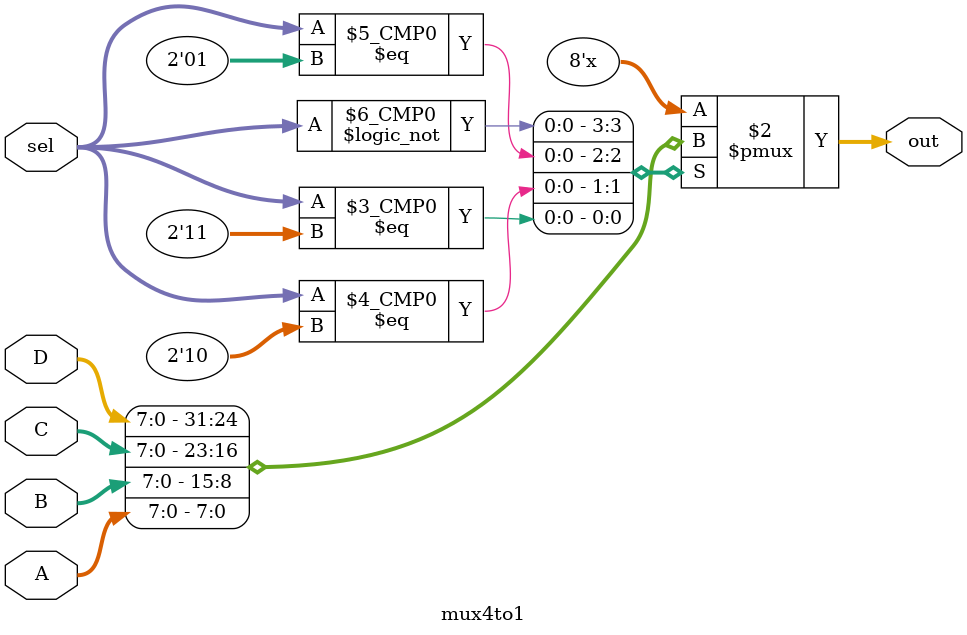
<source format=v>
module top_module ( 
    input clk, 
    input [7:0] d, 
    input [1:0] sel, 
    output [7:0] q 
);
    
    wire [7:0] lin1, lin2, lin3;
    my_dff8 dff1 (clk, d, lin1);
    my_dff8 dff2 (clk, lin1, lin2);
    my_dff8 dff3 (clk, lin2, lin3);
    
    mux4to1 mux (sel, lin3, lin2, lin1, d, q);
endmodule

module mux4to1(
    input [1:0] sel,
    input [7:0] A, B, C, D,
    output [7:0] out
);
    
    always@(sel)
        case (sel)
            2'b00: out<=D;
            2'b01: out<=C;
            2'b10: out<=B;
            2'b11: out<=A;
        endcase
endmodule

</source>
